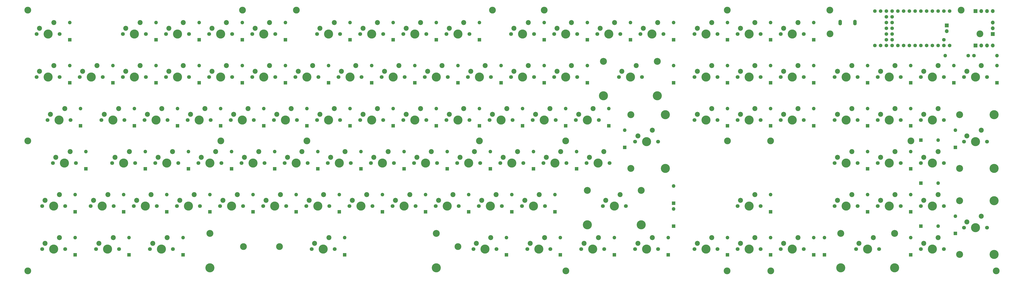
<source format=gts>
G04 #@! TF.GenerationSoftware,KiCad,Pcbnew,(6.0.1)*
G04 #@! TF.CreationDate,2022-01-19T18:18:19+01:00*
G04 #@! TF.ProjectId,keyboard_pcb,6b657962-6f61-4726-945f-7063622e6b69,rev?*
G04 #@! TF.SameCoordinates,Original*
G04 #@! TF.FileFunction,Soldermask,Top*
G04 #@! TF.FilePolarity,Negative*
%FSLAX46Y46*%
G04 Gerber Fmt 4.6, Leading zero omitted, Abs format (unit mm)*
G04 Created by KiCad (PCBNEW (6.0.1)) date 2022-01-19 18:18:19*
%MOMM*%
%LPD*%
G01*
G04 APERTURE LIST*
%ADD10R,1.600000X1.600000*%
%ADD11O,1.600000X1.600000*%
%ADD12C,4.000000*%
%ADD13C,1.700000*%
%ADD14C,2.200000*%
%ADD15C,3.050000*%
%ADD16R,1.700000X1.700000*%
%ADD17O,1.700000X1.700000*%
%ADD18C,1.600000*%
%ADD19C,3.000000*%
%ADD20O,1.500000X2.500000*%
G04 APERTURE END LIST*
D10*
G04 #@! TO.C,D1*
X6985000Y-17145000D03*
D11*
X6985000Y-9525000D03*
G04 #@! TD*
D10*
G04 #@! TO.C,D2*
X45085000Y-17145000D03*
D11*
X45085000Y-9525000D03*
G04 #@! TD*
D10*
G04 #@! TO.C,D3*
X64135000Y-17145000D03*
D11*
X64135000Y-9525000D03*
G04 #@! TD*
D10*
G04 #@! TO.C,D4*
X83185000Y-17145000D03*
D11*
X83185000Y-9525000D03*
G04 #@! TD*
D10*
G04 #@! TO.C,D5*
X102235000Y-17145000D03*
D11*
X102235000Y-9525000D03*
G04 #@! TD*
D10*
G04 #@! TO.C,D6*
X130810000Y-17145000D03*
D11*
X130810000Y-9525000D03*
G04 #@! TD*
D10*
G04 #@! TO.C,D7*
X149860000Y-17145000D03*
D11*
X149860000Y-9525000D03*
G04 #@! TD*
D10*
G04 #@! TO.C,D8*
X168910000Y-17145000D03*
D11*
X168910000Y-9525000D03*
G04 #@! TD*
D10*
G04 #@! TO.C,D9*
X187960000Y-17145000D03*
D11*
X187960000Y-9525000D03*
G04 #@! TD*
D10*
G04 #@! TO.C,D10*
X216535000Y-17145000D03*
D11*
X216535000Y-9525000D03*
G04 #@! TD*
D10*
G04 #@! TO.C,D11*
X235585000Y-17145000D03*
D11*
X235585000Y-9525000D03*
G04 #@! TD*
D10*
G04 #@! TO.C,D12*
X254635000Y-17145000D03*
D11*
X254635000Y-9525000D03*
G04 #@! TD*
D10*
G04 #@! TO.C,D13*
X273685000Y-17145000D03*
D11*
X273685000Y-9525000D03*
G04 #@! TD*
D10*
G04 #@! TO.C,D14*
X297498000Y-17145000D03*
D11*
X297498000Y-9525000D03*
G04 #@! TD*
D10*
G04 #@! TO.C,D15*
X316548000Y-17145000D03*
D11*
X316548000Y-9525000D03*
G04 #@! TD*
D10*
G04 #@! TO.C,D16*
X335598000Y-17145000D03*
D11*
X335598000Y-9525000D03*
G04 #@! TD*
D10*
G04 #@! TO.C,D17*
X6985000Y-36195000D03*
D11*
X6985000Y-28575000D03*
G04 #@! TD*
D10*
G04 #@! TO.C,D18*
X26035000Y-36195000D03*
D11*
X26035000Y-28575000D03*
G04 #@! TD*
D10*
G04 #@! TO.C,D19*
X45085000Y-36195000D03*
D11*
X45085000Y-28575000D03*
G04 #@! TD*
D10*
G04 #@! TO.C,D20*
X64135000Y-36195000D03*
D11*
X64135000Y-28575000D03*
G04 #@! TD*
D10*
G04 #@! TO.C,D21*
X83185000Y-36195000D03*
D11*
X83185000Y-28575000D03*
G04 #@! TD*
D10*
G04 #@! TO.C,D22*
X102235000Y-36195000D03*
D11*
X102235000Y-28575000D03*
G04 #@! TD*
D10*
G04 #@! TO.C,D23*
X121285000Y-36195000D03*
D11*
X121285000Y-28575000D03*
G04 #@! TD*
D10*
G04 #@! TO.C,D24*
X140335000Y-36195000D03*
D11*
X140335000Y-28575000D03*
G04 #@! TD*
D10*
G04 #@! TO.C,D25*
X159385000Y-36195000D03*
D11*
X159385000Y-28575000D03*
G04 #@! TD*
D10*
G04 #@! TO.C,D26*
X178435000Y-36195000D03*
D11*
X178435000Y-28575000D03*
G04 #@! TD*
D10*
G04 #@! TO.C,D27*
X197485000Y-36195000D03*
D11*
X197485000Y-28575000D03*
G04 #@! TD*
D10*
G04 #@! TO.C,D28*
X216535000Y-36195000D03*
D11*
X216535000Y-28575000D03*
G04 #@! TD*
D10*
G04 #@! TO.C,D29*
X235585000Y-36195000D03*
D11*
X235585000Y-28575000D03*
G04 #@! TD*
D10*
G04 #@! TO.C,D30*
X273685000Y-36195000D03*
D11*
X273685000Y-28575000D03*
G04 #@! TD*
D10*
G04 #@! TO.C,D31*
X297498000Y-36195000D03*
D11*
X297498000Y-28575000D03*
G04 #@! TD*
D10*
G04 #@! TO.C,D32*
X316548000Y-36195000D03*
D11*
X316548000Y-28575000D03*
G04 #@! TD*
D10*
G04 #@! TO.C,D33*
X335598000Y-36195000D03*
D11*
X335598000Y-28575000D03*
G04 #@! TD*
D10*
G04 #@! TO.C,D34*
X359410000Y-36195000D03*
D11*
X359410000Y-28575000D03*
G04 #@! TD*
D10*
G04 #@! TO.C,D35*
X378460000Y-36195000D03*
D11*
X378460000Y-28575000D03*
G04 #@! TD*
D10*
G04 #@! TO.C,D36*
X397510000Y-36195000D03*
D11*
X397510000Y-28575000D03*
G04 #@! TD*
D10*
G04 #@! TO.C,D37*
X416560000Y-36195000D03*
D11*
X416560000Y-28575000D03*
G04 #@! TD*
D10*
G04 #@! TO.C,D38*
X11747500Y-55245000D03*
D11*
X11747500Y-47625000D03*
G04 #@! TD*
D10*
G04 #@! TO.C,D39*
X35560000Y-55245000D03*
D11*
X35560000Y-47625000D03*
G04 #@! TD*
D10*
G04 #@! TO.C,D40*
X54610000Y-55245000D03*
D11*
X54610000Y-47625000D03*
G04 #@! TD*
D10*
G04 #@! TO.C,D41*
X73660000Y-55245000D03*
D11*
X73660000Y-47625000D03*
G04 #@! TD*
D10*
G04 #@! TO.C,D42*
X92710000Y-55245000D03*
D11*
X92710000Y-47625000D03*
G04 #@! TD*
D10*
G04 #@! TO.C,D43*
X111760000Y-55245000D03*
D11*
X111760000Y-47625000D03*
G04 #@! TD*
D10*
G04 #@! TO.C,D44*
X130810000Y-55245000D03*
D11*
X130810000Y-47625000D03*
G04 #@! TD*
D10*
G04 #@! TO.C,D45*
X149860000Y-55245000D03*
D11*
X149860000Y-47625000D03*
G04 #@! TD*
D10*
G04 #@! TO.C,D46*
X168910000Y-55245000D03*
D11*
X168910000Y-47625000D03*
G04 #@! TD*
D10*
G04 #@! TO.C,D47*
X187960000Y-55245000D03*
D11*
X187960000Y-47625000D03*
G04 #@! TD*
D10*
G04 #@! TO.C,D48*
X207010000Y-55245000D03*
D11*
X207010000Y-47625000D03*
G04 #@! TD*
D10*
G04 #@! TO.C,D49*
X226060000Y-55245000D03*
D11*
X226060000Y-47625000D03*
G04 #@! TD*
D10*
G04 #@! TO.C,D50*
X245110000Y-55245000D03*
D11*
X245110000Y-47625000D03*
G04 #@! TD*
D10*
G04 #@! TO.C,D51*
X252095000Y-64770000D03*
D11*
X252095000Y-57150000D03*
G04 #@! TD*
D10*
G04 #@! TO.C,D52*
X297498000Y-55245000D03*
D11*
X297498000Y-47625000D03*
G04 #@! TD*
D10*
G04 #@! TO.C,D53*
X316548000Y-55245000D03*
D11*
X316548000Y-47625000D03*
G04 #@! TD*
D10*
G04 #@! TO.C,D54*
X335598000Y-55245000D03*
D11*
X335598000Y-47625000D03*
G04 #@! TD*
D10*
G04 #@! TO.C,D55*
X359410000Y-55245000D03*
D11*
X359410000Y-47625000D03*
G04 #@! TD*
D10*
G04 #@! TO.C,D56*
X378460000Y-55245000D03*
D11*
X378460000Y-47625000D03*
G04 #@! TD*
D10*
G04 #@! TO.C,D57*
X382905000Y-61595000D03*
D11*
X390525000Y-61595000D03*
G04 #@! TD*
D10*
G04 #@! TO.C,D58*
X398145000Y-64770000D03*
D11*
X398145000Y-57150000D03*
G04 #@! TD*
D10*
G04 #@! TO.C,D59*
X14128800Y-74295000D03*
D11*
X14128800Y-66675000D03*
G04 #@! TD*
D10*
G04 #@! TO.C,D60*
X40322500Y-74295000D03*
D11*
X40322500Y-66675000D03*
G04 #@! TD*
D10*
G04 #@! TO.C,D61*
X59372500Y-74295000D03*
D11*
X59372500Y-66675000D03*
G04 #@! TD*
D10*
G04 #@! TO.C,D62*
X78422500Y-74295000D03*
D11*
X78422500Y-66675000D03*
G04 #@! TD*
D10*
G04 #@! TO.C,D63*
X97472500Y-74295000D03*
D11*
X97472500Y-66675000D03*
G04 #@! TD*
D10*
G04 #@! TO.C,D64*
X116522000Y-74295000D03*
D11*
X116522000Y-66675000D03*
G04 #@! TD*
D10*
G04 #@! TO.C,D65*
X135572000Y-74295000D03*
D11*
X135572000Y-66675000D03*
G04 #@! TD*
D10*
G04 #@! TO.C,D66*
X154622000Y-74295000D03*
D11*
X154622000Y-66675000D03*
G04 #@! TD*
D10*
G04 #@! TO.C,D67*
X173672000Y-74295000D03*
D11*
X173672000Y-66675000D03*
G04 #@! TD*
D10*
G04 #@! TO.C,D68*
X192722000Y-74295000D03*
D11*
X192722000Y-66675000D03*
G04 #@! TD*
D10*
G04 #@! TO.C,D69*
X211772000Y-74295000D03*
D11*
X211772000Y-66675000D03*
G04 #@! TD*
D10*
G04 #@! TO.C,D70*
X230822000Y-74295000D03*
D11*
X230822000Y-66675000D03*
G04 #@! TD*
D10*
G04 #@! TO.C,D71*
X273685000Y-89535000D03*
D11*
X273685000Y-81915000D03*
G04 #@! TD*
D10*
G04 #@! TO.C,D72*
X359410000Y-74295000D03*
D11*
X359410000Y-66675000D03*
G04 #@! TD*
D10*
G04 #@! TO.C,D73*
X378460000Y-74295000D03*
D11*
X378460000Y-66675000D03*
G04 #@! TD*
D10*
G04 #@! TO.C,D74*
X382905000Y-80645000D03*
D11*
X390525000Y-80645000D03*
G04 #@! TD*
D10*
G04 #@! TO.C,D75*
X9366300Y-93345000D03*
D11*
X9366300Y-85725000D03*
G04 #@! TD*
D10*
G04 #@! TO.C,D76*
X30797500Y-93345000D03*
D11*
X30797500Y-85725000D03*
G04 #@! TD*
D10*
G04 #@! TO.C,D77*
X49847500Y-93345000D03*
D11*
X49847500Y-85725000D03*
G04 #@! TD*
D10*
G04 #@! TO.C,D78*
X68897500Y-93345000D03*
D11*
X68897500Y-85725000D03*
G04 #@! TD*
D10*
G04 #@! TO.C,D79*
X87947500Y-93345000D03*
D11*
X87947500Y-85725000D03*
G04 #@! TD*
D10*
G04 #@! TO.C,D80*
X106998000Y-93345000D03*
D11*
X106998000Y-85725000D03*
G04 #@! TD*
D10*
G04 #@! TO.C,D81*
X126048000Y-93345000D03*
D11*
X126048000Y-85725000D03*
G04 #@! TD*
D10*
G04 #@! TO.C,D82*
X145098000Y-93345000D03*
D11*
X145098000Y-85725000D03*
G04 #@! TD*
D10*
G04 #@! TO.C,D83*
X164148000Y-93345000D03*
D11*
X164148000Y-85725000D03*
G04 #@! TD*
D10*
G04 #@! TO.C,D84*
X183198000Y-93345000D03*
D11*
X183198000Y-85725000D03*
G04 #@! TD*
D10*
G04 #@! TO.C,D85*
X202248000Y-93345000D03*
D11*
X202248000Y-85725000D03*
G04 #@! TD*
D10*
G04 #@! TO.C,D86*
X221298000Y-93345000D03*
D11*
X221298000Y-85725000D03*
G04 #@! TD*
D10*
G04 #@! TO.C,D88*
X316548000Y-93345000D03*
D11*
X316548000Y-85725000D03*
G04 #@! TD*
D10*
G04 #@! TO.C,D89*
X359410000Y-93345000D03*
D11*
X359410000Y-85725000D03*
G04 #@! TD*
D10*
G04 #@! TO.C,D90*
X378460000Y-93345000D03*
D11*
X378460000Y-85725000D03*
G04 #@! TD*
D10*
G04 #@! TO.C,D91*
X382905000Y-99695000D03*
D11*
X390525000Y-99695000D03*
G04 #@! TD*
D10*
G04 #@! TO.C,D92*
X9366300Y-112395000D03*
D11*
X9366300Y-104775000D03*
G04 #@! TD*
D10*
G04 #@! TO.C,D93*
X33178800Y-112395000D03*
D11*
X33178800Y-104775000D03*
G04 #@! TD*
D10*
G04 #@! TO.C,D94*
X56991200Y-112395000D03*
D11*
X56991200Y-104775000D03*
G04 #@! TD*
D10*
G04 #@! TO.C,D95*
X128429000Y-112395000D03*
D11*
X128429000Y-104775000D03*
G04 #@! TD*
D10*
G04 #@! TO.C,D96*
X199866000Y-112395000D03*
D11*
X199866000Y-104775000D03*
G04 #@! TD*
D10*
G04 #@! TO.C,D97*
X223679000Y-112395000D03*
D11*
X223679000Y-104775000D03*
G04 #@! TD*
D10*
G04 #@! TO.C,D98*
X247491000Y-112395000D03*
D11*
X247491000Y-104775000D03*
G04 #@! TD*
D10*
G04 #@! TO.C,D99*
X271304000Y-112395000D03*
D11*
X271304000Y-104775000D03*
G04 #@! TD*
D10*
G04 #@! TO.C,D100*
X297498000Y-112395000D03*
D11*
X297498000Y-104775000D03*
G04 #@! TD*
D10*
G04 #@! TO.C,D101*
X316548000Y-112395000D03*
D11*
X316548000Y-104775000D03*
G04 #@! TD*
D10*
G04 #@! TO.C,D102*
X335598000Y-112395000D03*
D11*
X335598000Y-104775000D03*
G04 #@! TD*
D10*
G04 #@! TO.C,D105*
X398145000Y-102870000D03*
D11*
X398145000Y-95250000D03*
G04 #@! TD*
D12*
G04 #@! TO.C,SW1*
X-2540000Y-14605000D03*
D13*
X-7620000Y-14605000D03*
X2540000Y-14605000D03*
D14*
X0Y-9525000D03*
X-6350000Y-12065000D03*
G04 #@! TD*
D13*
G04 #@! TO.C,SW2*
X30480000Y-14605000D03*
D12*
X35560000Y-14605000D03*
D13*
X40640000Y-14605000D03*
D14*
X38100000Y-9525000D03*
X31750000Y-12065000D03*
G04 #@! TD*
D13*
G04 #@! TO.C,SW3*
X59690000Y-14605000D03*
D12*
X54610000Y-14605000D03*
D13*
X49530000Y-14605000D03*
D14*
X57150000Y-9525000D03*
X50800000Y-12065000D03*
G04 #@! TD*
D13*
G04 #@! TO.C,SW4*
X68580000Y-14605000D03*
X78740000Y-14605000D03*
D12*
X73660000Y-14605000D03*
D14*
X76200000Y-9525000D03*
X69850000Y-12065000D03*
G04 #@! TD*
D13*
G04 #@! TO.C,SW5*
X87630000Y-14605000D03*
D12*
X92710000Y-14605000D03*
D13*
X97790000Y-14605000D03*
D14*
X95250000Y-9525000D03*
X88900000Y-12065000D03*
G04 #@! TD*
D13*
G04 #@! TO.C,SW6*
X116205000Y-14605000D03*
D12*
X121285000Y-14605000D03*
D13*
X126365000Y-14605000D03*
D14*
X123825000Y-9525000D03*
X117475000Y-12065000D03*
G04 #@! TD*
D12*
G04 #@! TO.C,SW7*
X140335000Y-14605000D03*
D13*
X145415000Y-14605000D03*
X135255000Y-14605000D03*
D14*
X142875000Y-9525000D03*
X136525000Y-12065000D03*
G04 #@! TD*
D13*
G04 #@! TO.C,SW8*
X164465000Y-14605000D03*
D12*
X159385000Y-14605000D03*
D13*
X154305000Y-14605000D03*
D14*
X161925000Y-9525000D03*
X155575000Y-12065000D03*
G04 #@! TD*
D13*
G04 #@! TO.C,SW9*
X173355000Y-14605000D03*
X183515000Y-14605000D03*
D12*
X178435000Y-14605000D03*
D14*
X180975000Y-9525000D03*
X174625000Y-12065000D03*
G04 #@! TD*
D13*
G04 #@! TO.C,SW10*
X201930000Y-14605000D03*
D12*
X207010000Y-14605000D03*
D13*
X212090000Y-14605000D03*
D14*
X209550000Y-9525000D03*
X203200000Y-12065000D03*
G04 #@! TD*
D12*
G04 #@! TO.C,SW11*
X226060000Y-14605000D03*
D13*
X220980000Y-14605000D03*
X231140000Y-14605000D03*
D14*
X228600000Y-9525000D03*
X222250000Y-12065000D03*
G04 #@! TD*
D13*
G04 #@! TO.C,SW12*
X250190000Y-14605000D03*
X240030000Y-14605000D03*
D12*
X245110000Y-14605000D03*
D14*
X247650000Y-9525000D03*
X241300000Y-12065000D03*
G04 #@! TD*
D13*
G04 #@! TO.C,SW13*
X269240000Y-14605000D03*
X259080000Y-14605000D03*
D12*
X264160000Y-14605000D03*
D14*
X266700000Y-9525000D03*
X260350000Y-12065000D03*
G04 #@! TD*
D13*
G04 #@! TO.C,SW14*
X293052000Y-14605000D03*
X282892000Y-14605000D03*
D12*
X287972000Y-14605000D03*
D14*
X290512000Y-9525000D03*
X284162000Y-12065000D03*
G04 #@! TD*
D13*
G04 #@! TO.C,SW15*
X301942000Y-14605000D03*
D12*
X307022000Y-14605000D03*
D13*
X312102000Y-14605000D03*
D14*
X309562000Y-9525000D03*
X303212000Y-12065000D03*
G04 #@! TD*
D13*
G04 #@! TO.C,SW16*
X331152000Y-14605000D03*
X320992000Y-14605000D03*
D12*
X326072000Y-14605000D03*
D14*
X328612000Y-9525000D03*
X322262000Y-12065000D03*
G04 #@! TD*
D12*
G04 #@! TO.C,SW17*
X-2540000Y-33655000D03*
D13*
X-7620000Y-33655000D03*
X2540000Y-33655000D03*
D14*
X0Y-28575000D03*
X-6350000Y-31115000D03*
G04 #@! TD*
D13*
G04 #@! TO.C,SW18*
X11430000Y-33655000D03*
X21590000Y-33655000D03*
D12*
X16510000Y-33655000D03*
D14*
X19050000Y-28575000D03*
X12700000Y-31115000D03*
G04 #@! TD*
D13*
G04 #@! TO.C,SW19*
X40640000Y-33655000D03*
D12*
X35560000Y-33655000D03*
D13*
X30480000Y-33655000D03*
D14*
X38100000Y-28575000D03*
X31750000Y-31115000D03*
G04 #@! TD*
D13*
G04 #@! TO.C,SW20*
X59690000Y-33655000D03*
X49530000Y-33655000D03*
D12*
X54610000Y-33655000D03*
D14*
X57150000Y-28575000D03*
X50800000Y-31115000D03*
G04 #@! TD*
D13*
G04 #@! TO.C,SW21*
X68580000Y-33655000D03*
D12*
X73660000Y-33655000D03*
D13*
X78740000Y-33655000D03*
D14*
X76200000Y-28575000D03*
X69850000Y-31115000D03*
G04 #@! TD*
D13*
G04 #@! TO.C,SW22*
X97790000Y-33655000D03*
X87630000Y-33655000D03*
D12*
X92710000Y-33655000D03*
D14*
X95250000Y-28575000D03*
X88900000Y-31115000D03*
G04 #@! TD*
D13*
G04 #@! TO.C,SW23*
X106680000Y-33655000D03*
X116840000Y-33655000D03*
D12*
X111760000Y-33655000D03*
D14*
X114300000Y-28575000D03*
X107950000Y-31115000D03*
G04 #@! TD*
D12*
G04 #@! TO.C,SW24*
X130810000Y-33655000D03*
D13*
X135890000Y-33655000D03*
X125730000Y-33655000D03*
D14*
X133350000Y-28575000D03*
X127000000Y-31115000D03*
G04 #@! TD*
D13*
G04 #@! TO.C,SW25*
X154940000Y-33655000D03*
X144780000Y-33655000D03*
D12*
X149860000Y-33655000D03*
D14*
X152400000Y-28575000D03*
X146050000Y-31115000D03*
G04 #@! TD*
D13*
G04 #@! TO.C,SW26*
X173990000Y-33655000D03*
D12*
X168910000Y-33655000D03*
D13*
X163830000Y-33655000D03*
D14*
X171450000Y-28575000D03*
X165100000Y-31115000D03*
G04 #@! TD*
D13*
G04 #@! TO.C,SW27*
X193040000Y-33655000D03*
D12*
X187960000Y-33655000D03*
D13*
X182880000Y-33655000D03*
D14*
X190500000Y-28575000D03*
X184150000Y-31115000D03*
G04 #@! TD*
D13*
G04 #@! TO.C,SW28*
X212090000Y-33655000D03*
X201930000Y-33655000D03*
D12*
X207010000Y-33655000D03*
D14*
X209550000Y-28575000D03*
X203200000Y-31115000D03*
G04 #@! TD*
D13*
G04 #@! TO.C,SW29*
X220980000Y-33655000D03*
X231140000Y-33655000D03*
D12*
X226060000Y-33655000D03*
D14*
X228600000Y-28575000D03*
X222250000Y-31115000D03*
G04 #@! TD*
D13*
G04 #@! TO.C,SW30*
X259715000Y-33655000D03*
D12*
X254635000Y-33655000D03*
X266535000Y-41895000D03*
X242735000Y-41895000D03*
D13*
X249555000Y-33655000D03*
D15*
X266535000Y-26655000D03*
X242735000Y-26655000D03*
D14*
X257175000Y-28575000D03*
X250825000Y-31115000D03*
G04 #@! TD*
D13*
G04 #@! TO.C,SW31*
X293052000Y-33655000D03*
D12*
X287972000Y-33655000D03*
D13*
X282892000Y-33655000D03*
D14*
X290512000Y-28575000D03*
X284162000Y-31115000D03*
G04 #@! TD*
D12*
G04 #@! TO.C,SW32*
X307022000Y-33655000D03*
D13*
X301942000Y-33655000D03*
X312102000Y-33655000D03*
D14*
X309562000Y-28575000D03*
X303212000Y-31115000D03*
G04 #@! TD*
D13*
G04 #@! TO.C,SW33*
X331152000Y-33655000D03*
D12*
X326072000Y-33655000D03*
D13*
X320992000Y-33655000D03*
D14*
X328612000Y-28575000D03*
X322262000Y-31115000D03*
G04 #@! TD*
D13*
G04 #@! TO.C,SW34*
X354965000Y-33655000D03*
D12*
X349885000Y-33655000D03*
D13*
X344805000Y-33655000D03*
D14*
X352425000Y-28575000D03*
X346075000Y-31115000D03*
G04 #@! TD*
D12*
G04 #@! TO.C,SW35*
X368935000Y-33655000D03*
D13*
X363855000Y-33655000D03*
X374015000Y-33655000D03*
D14*
X371475000Y-28575000D03*
X365125000Y-31115000D03*
G04 #@! TD*
D13*
G04 #@! TO.C,SW36*
X382905000Y-33655000D03*
X393065000Y-33655000D03*
D12*
X387985000Y-33655000D03*
D14*
X390525000Y-28575000D03*
X384175000Y-31115000D03*
G04 #@! TD*
D12*
G04 #@! TO.C,SW37*
X407035000Y-33655000D03*
D13*
X412115000Y-33655000D03*
X401955000Y-33655000D03*
D14*
X409575000Y-28575000D03*
X403225000Y-31115000D03*
G04 #@! TD*
D13*
G04 #@! TO.C,SW38*
X7302500Y-52705000D03*
D12*
X2222500Y-52705000D03*
D13*
X-2857500Y-52705000D03*
D14*
X4762500Y-47625000D03*
X-1587500Y-50165000D03*
G04 #@! TD*
D13*
G04 #@! TO.C,SW39*
X20955000Y-52705000D03*
D12*
X26035000Y-52705000D03*
D13*
X31115000Y-52705000D03*
D14*
X28575000Y-47625000D03*
X22225000Y-50165000D03*
G04 #@! TD*
D13*
G04 #@! TO.C,SW40*
X40005000Y-52705000D03*
D12*
X45085000Y-52705000D03*
D13*
X50165000Y-52705000D03*
D14*
X47625000Y-47625000D03*
X41275000Y-50165000D03*
G04 #@! TD*
D13*
G04 #@! TO.C,SW41*
X59055000Y-52705000D03*
X69215000Y-52705000D03*
D12*
X64135000Y-52705000D03*
D14*
X66675000Y-47625000D03*
X60325000Y-50165000D03*
G04 #@! TD*
D13*
G04 #@! TO.C,SW42*
X88265000Y-52705000D03*
X78105000Y-52705000D03*
D12*
X83185000Y-52705000D03*
D14*
X85725000Y-47625000D03*
X79375000Y-50165000D03*
G04 #@! TD*
D12*
G04 #@! TO.C,SW43*
X102235000Y-52705000D03*
D13*
X107315000Y-52705000D03*
X97155000Y-52705000D03*
D14*
X104775000Y-47625000D03*
X98425000Y-50165000D03*
G04 #@! TD*
D13*
G04 #@! TO.C,SW44*
X126365000Y-52705000D03*
D12*
X121285000Y-52705000D03*
D13*
X116205000Y-52705000D03*
D14*
X123825000Y-47625000D03*
X117475000Y-50165000D03*
G04 #@! TD*
D13*
G04 #@! TO.C,SW45*
X145415000Y-52705000D03*
X135255000Y-52705000D03*
D12*
X140335000Y-52705000D03*
D14*
X142875000Y-47625000D03*
X136525000Y-50165000D03*
G04 #@! TD*
D12*
G04 #@! TO.C,SW46*
X159385000Y-52705000D03*
D13*
X154305000Y-52705000D03*
X164465000Y-52705000D03*
D14*
X161925000Y-47625000D03*
X155575000Y-50165000D03*
G04 #@! TD*
D12*
G04 #@! TO.C,SW47*
X178435000Y-52705000D03*
D13*
X183515000Y-52705000D03*
X173355000Y-52705000D03*
D14*
X180975000Y-47625000D03*
X174625000Y-50165000D03*
G04 #@! TD*
D13*
G04 #@! TO.C,SW48*
X202565000Y-52705000D03*
D12*
X197485000Y-52705000D03*
D13*
X192405000Y-52705000D03*
D14*
X200025000Y-47625000D03*
X193675000Y-50165000D03*
G04 #@! TD*
D12*
G04 #@! TO.C,SW49*
X216535000Y-52705000D03*
D13*
X221615000Y-52705000D03*
X211455000Y-52705000D03*
D14*
X219075000Y-47625000D03*
X212725000Y-50165000D03*
G04 #@! TD*
D13*
G04 #@! TO.C,SW50*
X240665000Y-52705000D03*
D12*
X235585000Y-52705000D03*
D13*
X230505000Y-52705000D03*
D14*
X238125000Y-47625000D03*
X231775000Y-50165000D03*
G04 #@! TD*
D12*
G04 #@! TO.C,SW51*
X270019000Y-74130000D03*
D13*
X256699000Y-62230000D03*
D15*
X254779000Y-50330000D03*
X254779000Y-74130000D03*
D12*
X261779000Y-62230000D03*
X270019000Y-50330000D03*
D13*
X266859000Y-62230000D03*
D14*
X264319000Y-57150000D03*
X257969000Y-59690000D03*
G04 #@! TD*
D13*
G04 #@! TO.C,SW52*
X293052000Y-52705000D03*
D12*
X287972000Y-52705000D03*
D13*
X282892000Y-52705000D03*
D14*
X290512000Y-47625000D03*
X284162000Y-50165000D03*
G04 #@! TD*
D13*
G04 #@! TO.C,SW53*
X301942000Y-52705000D03*
X312102000Y-52705000D03*
D12*
X307022000Y-52705000D03*
D14*
X309562000Y-47625000D03*
X303212000Y-50165000D03*
G04 #@! TD*
D13*
G04 #@! TO.C,SW54*
X320992000Y-52705000D03*
D12*
X326072000Y-52705000D03*
D13*
X331152000Y-52705000D03*
D14*
X328612000Y-47625000D03*
X322262000Y-50165000D03*
G04 #@! TD*
D13*
G04 #@! TO.C,SW55*
X354965000Y-52705000D03*
X344805000Y-52705000D03*
D12*
X349885000Y-52705000D03*
D14*
X352425000Y-47625000D03*
X346075000Y-50165000D03*
G04 #@! TD*
D12*
G04 #@! TO.C,SW56*
X368935000Y-52705000D03*
D13*
X363855000Y-52705000D03*
X374015000Y-52705000D03*
D14*
X371475000Y-47625000D03*
X365125000Y-50165000D03*
G04 #@! TD*
D13*
G04 #@! TO.C,SW57*
X382905000Y-52705000D03*
D12*
X387985000Y-52705000D03*
D13*
X393065000Y-52705000D03*
D14*
X390525000Y-47625000D03*
X384175000Y-50165000D03*
G04 #@! TD*
D13*
G04 #@! TO.C,SW58*
X401955000Y-62230000D03*
D12*
X415275000Y-74130000D03*
D15*
X400035000Y-50330000D03*
D12*
X415275000Y-50330000D03*
D15*
X400035000Y-74130000D03*
D12*
X407035000Y-62230000D03*
D13*
X412115000Y-62230000D03*
D14*
X409575000Y-57150000D03*
X403225000Y-59690000D03*
G04 #@! TD*
D13*
G04 #@! TO.C,SW59*
X9683800Y-71755000D03*
X-476200Y-71755000D03*
D12*
X4603800Y-71755000D03*
D14*
X7143800Y-66675000D03*
X793800Y-69215000D03*
G04 #@! TD*
D13*
G04 #@! TO.C,SW60*
X35877500Y-71755000D03*
D12*
X30797500Y-71755000D03*
D13*
X25717500Y-71755000D03*
D14*
X33337500Y-66675000D03*
X26987500Y-69215000D03*
G04 #@! TD*
D13*
G04 #@! TO.C,SW61*
X54927500Y-71755000D03*
X44767500Y-71755000D03*
D12*
X49847500Y-71755000D03*
D14*
X52387500Y-66675000D03*
X46037500Y-69215000D03*
G04 #@! TD*
D13*
G04 #@! TO.C,SW62*
X73977500Y-71755000D03*
D12*
X68897500Y-71755000D03*
D13*
X63817500Y-71755000D03*
D14*
X71437500Y-66675000D03*
X65087500Y-69215000D03*
G04 #@! TD*
D12*
G04 #@! TO.C,SW63*
X87947500Y-71755000D03*
D13*
X93027500Y-71755000D03*
X82867500Y-71755000D03*
D14*
X90487500Y-66675000D03*
X84137500Y-69215000D03*
G04 #@! TD*
D13*
G04 #@! TO.C,SW64*
X112078000Y-71755000D03*
D12*
X106998000Y-71755000D03*
D13*
X101918000Y-71755000D03*
D14*
X109538000Y-66675000D03*
X103188000Y-69215000D03*
G04 #@! TD*
D12*
G04 #@! TO.C,SW65*
X126048000Y-71755000D03*
D13*
X120968000Y-71755000D03*
X131128000Y-71755000D03*
D14*
X128588000Y-66675000D03*
X122238000Y-69215000D03*
G04 #@! TD*
D12*
G04 #@! TO.C,SW66*
X145098000Y-71755000D03*
D13*
X140018000Y-71755000D03*
X150178000Y-71755000D03*
D14*
X147638000Y-66675000D03*
X141288000Y-69215000D03*
G04 #@! TD*
D12*
G04 #@! TO.C,SW67*
X164148000Y-71755000D03*
D13*
X169228000Y-71755000D03*
X159068000Y-71755000D03*
D14*
X166688000Y-66675000D03*
X160338000Y-69215000D03*
G04 #@! TD*
D13*
G04 #@! TO.C,SW68*
X188278000Y-71755000D03*
X178118000Y-71755000D03*
D12*
X183198000Y-71755000D03*
D14*
X185738000Y-66675000D03*
X179388000Y-69215000D03*
G04 #@! TD*
D13*
G04 #@! TO.C,SW69*
X207328000Y-71755000D03*
X197168000Y-71755000D03*
D12*
X202248000Y-71755000D03*
D14*
X204788000Y-66675000D03*
X198438000Y-69215000D03*
G04 #@! TD*
D13*
G04 #@! TO.C,SW70*
X216218000Y-71755000D03*
X226378000Y-71755000D03*
D12*
X221298000Y-71755000D03*
D14*
X223838000Y-66675000D03*
X217488000Y-69215000D03*
G04 #@! TD*
D13*
G04 #@! TO.C,SW71*
X235268000Y-71755000D03*
X245428000Y-71755000D03*
D12*
X240348000Y-71755000D03*
D14*
X242888000Y-66675000D03*
X236538000Y-69215000D03*
G04 #@! TD*
D12*
G04 #@! TO.C,SW72*
X349885000Y-71755000D03*
D13*
X354965000Y-71755000D03*
X344805000Y-71755000D03*
D14*
X352425000Y-66675000D03*
X346075000Y-69215000D03*
G04 #@! TD*
D12*
G04 #@! TO.C,SW73*
X368935000Y-71755000D03*
D13*
X363855000Y-71755000D03*
X374015000Y-71755000D03*
D14*
X371475000Y-66675000D03*
X365125000Y-69215000D03*
G04 #@! TD*
D13*
G04 #@! TO.C,SW74*
X393065000Y-71755000D03*
X382905000Y-71755000D03*
D12*
X387985000Y-71755000D03*
D14*
X390525000Y-66675000D03*
X384175000Y-69215000D03*
G04 #@! TD*
D13*
G04 #@! TO.C,SW75*
X4921300Y-90805000D03*
X-5238700Y-90805000D03*
D12*
X-158700Y-90805000D03*
D14*
X2381300Y-85725000D03*
X-3968700Y-88265000D03*
G04 #@! TD*
D12*
G04 #@! TO.C,SW76*
X21272500Y-90805000D03*
D13*
X16192500Y-90805000D03*
X26352500Y-90805000D03*
D14*
X23812500Y-85725000D03*
X17462500Y-88265000D03*
G04 #@! TD*
D12*
G04 #@! TO.C,SW77*
X40322500Y-90805000D03*
D13*
X35242500Y-90805000D03*
X45402500Y-90805000D03*
D14*
X42862500Y-85725000D03*
X36512500Y-88265000D03*
G04 #@! TD*
D13*
G04 #@! TO.C,SW78*
X54292500Y-90805000D03*
D12*
X59372500Y-90805000D03*
D13*
X64452500Y-90805000D03*
D14*
X61912500Y-85725000D03*
X55562500Y-88265000D03*
G04 #@! TD*
D12*
G04 #@! TO.C,SW79*
X78422500Y-90805000D03*
D13*
X83502500Y-90805000D03*
X73342500Y-90805000D03*
D14*
X80962500Y-85725000D03*
X74612500Y-88265000D03*
G04 #@! TD*
D13*
G04 #@! TO.C,SW80*
X102552000Y-90805000D03*
D12*
X97472000Y-90805000D03*
D13*
X92392000Y-90805000D03*
D14*
X100012000Y-85725000D03*
X93662000Y-88265000D03*
G04 #@! TD*
D13*
G04 #@! TO.C,SW81*
X111442000Y-90805000D03*
D12*
X116522000Y-90805000D03*
D13*
X121602000Y-90805000D03*
D14*
X119062000Y-85725000D03*
X112712000Y-88265000D03*
G04 #@! TD*
D12*
G04 #@! TO.C,SW82*
X135572000Y-90805000D03*
D13*
X140652000Y-90805000D03*
X130492000Y-90805000D03*
D14*
X138112000Y-85725000D03*
X131762000Y-88265000D03*
G04 #@! TD*
D13*
G04 #@! TO.C,SW83*
X159702000Y-90805000D03*
D12*
X154622000Y-90805000D03*
D13*
X149542000Y-90805000D03*
D14*
X157162000Y-85725000D03*
X150812000Y-88265000D03*
G04 #@! TD*
D12*
G04 #@! TO.C,SW84*
X173672000Y-90805000D03*
D13*
X178752000Y-90805000D03*
X168592000Y-90805000D03*
D14*
X176212000Y-85725000D03*
X169862000Y-88265000D03*
G04 #@! TD*
D12*
G04 #@! TO.C,SW85*
X192722000Y-90805000D03*
D13*
X197802000Y-90805000D03*
X187642000Y-90805000D03*
D14*
X195262000Y-85725000D03*
X188912000Y-88265000D03*
G04 #@! TD*
D15*
G04 #@! TO.C,SW87*
X235591000Y-83805000D03*
D12*
X235591000Y-99045000D03*
D13*
X252571000Y-90805000D03*
D15*
X259391000Y-83805000D03*
D13*
X242411000Y-90805000D03*
D12*
X247491000Y-90805000D03*
X259391000Y-99045000D03*
D14*
X250031000Y-85725000D03*
X243681000Y-88265000D03*
G04 #@! TD*
D13*
G04 #@! TO.C,SW88*
X301942000Y-90805000D03*
D12*
X307022000Y-90805000D03*
D13*
X312102000Y-90805000D03*
D14*
X309562000Y-85725000D03*
X303212000Y-88265000D03*
G04 #@! TD*
D12*
G04 #@! TO.C,SW89*
X349885000Y-90805000D03*
D13*
X354965000Y-90805000D03*
X344805000Y-90805000D03*
D14*
X352425000Y-85725000D03*
X346075000Y-88265000D03*
G04 #@! TD*
D12*
G04 #@! TO.C,SW90*
X368935000Y-90805000D03*
D13*
X363855000Y-90805000D03*
X374015000Y-90805000D03*
D14*
X371475000Y-85725000D03*
X365125000Y-88265000D03*
G04 #@! TD*
D12*
G04 #@! TO.C,SW91*
X387985000Y-90805000D03*
D13*
X382905000Y-90805000D03*
X393065000Y-90805000D03*
D14*
X390525000Y-85725000D03*
X384175000Y-88265000D03*
G04 #@! TD*
D12*
G04 #@! TO.C,SW92*
X-158700Y-109855000D03*
D13*
X-5238700Y-109855000D03*
X4921300Y-109855000D03*
D14*
X2381300Y-104775000D03*
X-3968700Y-107315000D03*
G04 #@! TD*
D13*
G04 #@! TO.C,SW93*
X28733800Y-109855000D03*
D12*
X23653800Y-109855000D03*
D13*
X18573800Y-109855000D03*
D14*
X26193800Y-104775000D03*
X19843800Y-107315000D03*
G04 #@! TD*
D13*
G04 #@! TO.C,SW94*
X42386200Y-109855000D03*
D12*
X47466200Y-109855000D03*
D13*
X52546200Y-109855000D03*
D14*
X50006200Y-104775000D03*
X43656200Y-107315000D03*
G04 #@! TD*
D15*
G04 #@! TO.C,SW95*
X168904000Y-102855000D03*
X68904000Y-102855000D03*
D12*
X168904000Y-118095000D03*
X68904000Y-118095000D03*
X118904000Y-109855000D03*
D13*
X123984000Y-109855000D03*
X113824000Y-109855000D03*
D14*
X121444000Y-104775000D03*
X115094000Y-107315000D03*
G04 #@! TD*
D13*
G04 #@! TO.C,SW96*
X195421000Y-109855000D03*
X185261000Y-109855000D03*
D12*
X190341000Y-109855000D03*
D14*
X192881000Y-104775000D03*
X186531000Y-107315000D03*
G04 #@! TD*
D13*
G04 #@! TO.C,SW97*
X219234000Y-109855000D03*
D12*
X214154000Y-109855000D03*
D13*
X209074000Y-109855000D03*
D14*
X216694000Y-104775000D03*
X210344000Y-107315000D03*
G04 #@! TD*
D13*
G04 #@! TO.C,SW98*
X232886000Y-109855000D03*
D12*
X237966000Y-109855000D03*
D13*
X243046000Y-109855000D03*
D14*
X240506000Y-104775000D03*
X234156000Y-107315000D03*
G04 #@! TD*
D13*
G04 #@! TO.C,SW99*
X256699000Y-109855000D03*
X266859000Y-109855000D03*
D12*
X261779000Y-109855000D03*
D14*
X264319000Y-104775000D03*
X257969000Y-107315000D03*
G04 #@! TD*
D13*
G04 #@! TO.C,SW100*
X282892000Y-109855000D03*
D12*
X287972000Y-109855000D03*
D13*
X293052000Y-109855000D03*
D14*
X290512000Y-104775000D03*
X284162000Y-107315000D03*
G04 #@! TD*
D12*
G04 #@! TO.C,SW101*
X307022000Y-109855000D03*
D13*
X312102000Y-109855000D03*
X301942000Y-109855000D03*
D14*
X309562000Y-104775000D03*
X303212000Y-107315000D03*
G04 #@! TD*
D12*
G04 #@! TO.C,SW102*
X326072000Y-109855000D03*
D13*
X331152000Y-109855000D03*
X320992000Y-109855000D03*
D14*
X328612000Y-104775000D03*
X322262000Y-107315000D03*
G04 #@! TD*
D15*
G04 #@! TO.C,SW103*
X347510000Y-102855000D03*
D12*
X359410000Y-109855000D03*
X371310000Y-118095000D03*
D15*
X371310000Y-102855000D03*
D13*
X354330000Y-109855000D03*
X364490000Y-109855000D03*
D12*
X347510000Y-118095000D03*
D14*
X361950000Y-104775000D03*
X355600000Y-107315000D03*
G04 #@! TD*
D13*
G04 #@! TO.C,SW104*
X382905000Y-109855000D03*
X393065000Y-109855000D03*
D12*
X387985000Y-109855000D03*
D14*
X390525000Y-104775000D03*
X384175000Y-107315000D03*
G04 #@! TD*
D13*
G04 #@! TO.C,SW105*
X412115000Y-100330000D03*
D15*
X400035000Y-88430000D03*
D13*
X401955000Y-100330000D03*
D12*
X415275000Y-112230000D03*
D15*
X400035000Y-112230000D03*
D12*
X415275000Y-88430000D03*
X407035000Y-100330000D03*
D14*
X409575000Y-95250000D03*
X403225000Y-97790000D03*
G04 #@! TD*
D13*
G04 #@! TO.C,SW86*
X216852000Y-90805000D03*
D12*
X211772000Y-90805000D03*
D13*
X206692000Y-90805000D03*
D14*
X214312000Y-85725000D03*
X207962000Y-88265000D03*
G04 #@! TD*
D16*
G04 #@! TO.C,J3*
X414655000Y-14605000D03*
D17*
X414655000Y-12065000D03*
X414655000Y-9525000D03*
G04 #@! TD*
D16*
G04 #@! TO.C,J1*
X407035000Y-4445000D03*
D17*
X409575000Y-4445000D03*
X412115000Y-4445000D03*
X414655000Y-4445000D03*
G04 #@! TD*
D16*
G04 #@! TO.C,J2*
X394335000Y-10795000D03*
D17*
X394335000Y-13335000D03*
G04 #@! TD*
D10*
G04 #@! TO.C,D87*
X273685000Y-99695000D03*
D11*
X273685000Y-92075000D03*
G04 #@! TD*
D16*
G04 #@! TO.C,J4*
X407035000Y-19685000D03*
D17*
X409575000Y-19685000D03*
X412115000Y-19685000D03*
X414655000Y-19685000D03*
G04 #@! TD*
D18*
G04 #@! TO.C,U1*
X395605000Y-4445000D03*
X393065000Y-4445000D03*
X390525000Y-4445000D03*
X387985000Y-4445000D03*
X385445000Y-4445000D03*
X382905000Y-4445000D03*
X380365000Y-4445000D03*
X377825000Y-4445000D03*
X375285000Y-4445000D03*
X372745000Y-4445000D03*
X370205000Y-4445000D03*
X367665000Y-4445000D03*
X365125000Y-4445000D03*
X362585000Y-4445000D03*
X362585000Y-19685000D03*
X365125000Y-19685000D03*
X367665000Y-19685000D03*
X370205000Y-19685000D03*
X372745000Y-19685000D03*
X375285000Y-19685000D03*
X377825000Y-19685000D03*
X380365000Y-19685000D03*
X382905000Y-19685000D03*
X385445000Y-19685000D03*
X387985000Y-19685000D03*
X390525000Y-19685000D03*
X393065000Y-19685000D03*
X395605000Y-19685000D03*
X393065000Y-17145000D03*
X367665000Y-17145000D03*
X370205000Y-17145000D03*
X367665000Y-14605000D03*
X370205000Y-14605000D03*
X367665000Y-12065000D03*
X370205000Y-12065000D03*
X367665000Y-9525000D03*
X370205000Y-9525000D03*
X367665000Y-6985000D03*
X370205000Y-6985000D03*
G04 #@! TD*
D10*
G04 #@! TO.C,D103*
X340360000Y-112395000D03*
D11*
X340360000Y-104775000D03*
G04 #@! TD*
D10*
G04 #@! TO.C,D104*
X378460000Y-112395000D03*
D11*
X378460000Y-104775000D03*
G04 #@! TD*
D19*
G04 #@! TO.C,H13*
X-11557000Y-61885000D03*
G04 #@! TD*
G04 #@! TO.C,H27*
X83735000Y-108725000D03*
G04 #@! TD*
G04 #@! TO.C,H1*
X-11557000Y-4000000D03*
G04 #@! TD*
G04 #@! TO.C,H11*
X408965000Y-14475000D03*
G04 #@! TD*
G04 #@! TO.C,H21*
X416179000Y-119500000D03*
G04 #@! TD*
G04 #@! TO.C,H20*
X378525000Y-61885000D03*
G04 #@! TD*
D18*
G04 #@! TO.C,R1*
X406400000Y-24130000D03*
D11*
X416560000Y-24130000D03*
G04 #@! TD*
D19*
G04 #@! TO.C,H25*
X178455000Y-108725000D03*
G04 #@! TD*
D20*
G04 #@! TO.C,H9*
X353745000Y-9465000D03*
G04 #@! TD*
D19*
G04 #@! TO.C,H10*
X400685000Y-4000000D03*
G04 #@! TD*
G04 #@! TO.C,H3*
X107035000Y-4000000D03*
G04 #@! TD*
G04 #@! TO.C,H22*
X316655000Y-119500000D03*
G04 #@! TD*
G04 #@! TO.C,H6*
X297385000Y-4000000D03*
G04 #@! TD*
G04 #@! TO.C,H19*
X316545000Y-61885000D03*
G04 #@! TD*
G04 #@! TO.C,H7*
X342695000Y-3975000D03*
G04 #@! TD*
D20*
G04 #@! TO.C,H8*
X347245000Y-9465000D03*
G04 #@! TD*
D19*
G04 #@! TO.C,H23*
X297345000Y-119500000D03*
G04 #@! TD*
G04 #@! TO.C,H28*
X-11557000Y-119500000D03*
G04 #@! TD*
G04 #@! TO.C,H5*
X216565000Y-4000000D03*
G04 #@! TD*
G04 #@! TO.C,H24*
X226145000Y-119500000D03*
G04 #@! TD*
G04 #@! TO.C,H18*
X297495000Y-61885000D03*
G04 #@! TD*
G04 #@! TO.C,H2*
X83275000Y-4000000D03*
G04 #@! TD*
G04 #@! TO.C,H16*
X187935000Y-61885000D03*
G04 #@! TD*
G04 #@! TO.C,H15*
X111745000Y-61885000D03*
G04 #@! TD*
G04 #@! TO.C,H4*
X193695000Y-4000000D03*
G04 #@! TD*
G04 #@! TO.C,H12*
X342755000Y-14475000D03*
G04 #@! TD*
D18*
G04 #@! TO.C,R2*
X403860000Y-24130000D03*
D11*
X393700000Y-24130000D03*
G04 #@! TD*
D19*
G04 #@! TO.C,H26*
X99605000Y-108725000D03*
G04 #@! TD*
G04 #@! TO.C,H17*
X226055000Y-61885000D03*
G04 #@! TD*
G04 #@! TO.C,H14*
X73685000Y-61885000D03*
G04 #@! TD*
M02*

</source>
